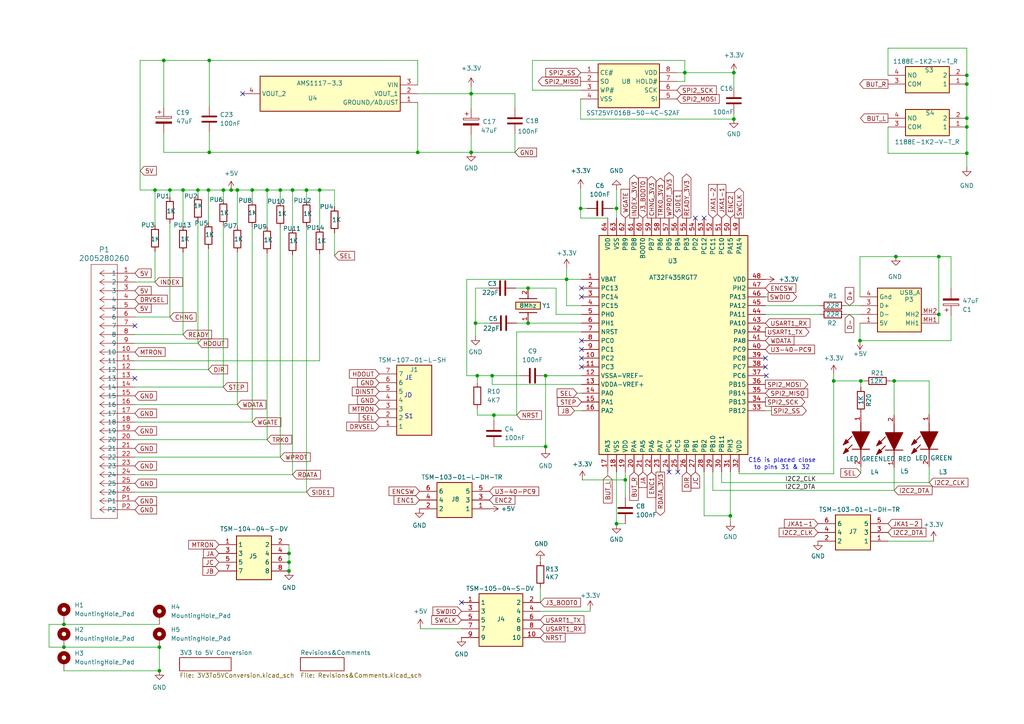
<source format=kicad_sch>
(kicad_sch (version 20250114) (generator "eeschema") (generator_version "9.0")
  (paper "A4")
  (title_block (title "Gotek(?) SMD Handrawn Schematic, Layout and Gerbers") (date "2025-06-07") (rev "1.2") (company "LiveBoxAndy") (comment 1 "PCB photographs from both source PCB's were used for a majority of the routing.") (comment 2 "Used SFRC2D.B PCB for the 26 Pin FFC connections and some of the headers") (comment 3 "Used SFRKC30.AT4.35 PCB for most of the schematic and layout.") (comment 4 "Mating of an AT32F415 26 Pin Connector with the electronics from a 34 Pin AT32F435 Gotek"))
  (text "S1" (at 118.618 120.904 0) (effects (font (size 1.27 1.27))))
  (text "JE" (at 118.618 109.728 0) (effects (font (size 1.27 1.27))))
  (text "JD\n" (at 118.364 114.808 0) (effects (font (size 1.27 1.27))))
  (text "C16 is placed close\nto pins 31 & 32" (at 226.822 134.62 0) (effects (font (size 1.27 1.27))))
  (junction (at 272.288 91.186))
  (junction (at 57.404 55.118))
  (junction (at 46.228 187.706))
  (junction (at 272.288 74.422))
  (junction (at 81.28 55.118))
  (junction (at 46.228 194.564))
  (junction (at 280.416 44.45))
  (junction (at 60.452 55.118))
  (junction (at 60.706 44.196))
  (junction (at 280.416 36.83))
  (junction (at 153.162 83.566))
  (junction (at 142.748 108.966))
  (junction (at 83.82 163.068))
  (junction (at 137.922 93.726))
  (junction (at 178.816 60.452))
  (junction (at 49.276 55.118))
  (junction (at 164.338 81.026))
  (junction (at 53.086 55.118))
  (junction (at 212.852 34.544))
  (junction (at 280.416 24.384))
  (junction (at 212.852 21.082))
  (junction (at 77.47 55.118))
  (junction (at 44.958 55.118))
  (junction (at 280.416 21.844))
  (junction (at 259.334 110.49))
  (junction (at 136.652 27.178))
  (junction (at 153.162 93.726))
  (junction (at 83.82 160.528))
  (junction (at 88.9 55.118))
  (junction (at 67.056 55.118))
  (junction (at 47.498 17.526))
  (junction (at 121.158 44.196))
  (junction (at 64.77 55.118))
  (junction (at 143.256 120.396))
  (junction (at 68.834 55.118))
  (junction (at 249.682 110.49))
  (junction (at 73.152 55.118))
  (junction (at 60.706 17.526))
  (junction (at 158.242 108.966))
  (junction (at 18.542 187.706))
  (junction (at 249.428 98.806))
  (junction (at 83.82 165.608))
  (junction (at 84.836 55.118))
  (junction (at 178.816 151.892))
  (junction (at 181.356 139.192))
  (junction (at 158.242 129.54))
  (junction (at 280.416 34.29))
  (junction (at 18.542 181.102))
  (junction (at 211.836 149.606))
  (junction (at 138.43 108.966))
  (junction (at 198.628 21.082))
  (junction (at 259.842 74.422))
  (junction (at 92.71 55.118))
  (junction (at 168.402 60.452))
  (junction (at 136.652 44.196))
  (junction (at 241.808 110.49))
  (no_connect (at 201.676 63.246))
  (no_connect (at 204.216 63.246))
  (no_connect (at 39.116 94.488))
  (no_connect (at 222.25 108.966))
  (no_connect (at 221.996 106.426))
  (no_connect (at 168.656 106.426))
  (no_connect (at 70.358 27.178))
  (no_connect (at 168.656 101.346))
  (no_connect (at 168.656 86.106))
  (no_connect (at 194.056 136.906))
  (no_connect (at 221.996 103.886))
  (no_connect (at 168.656 83.566))
  (no_connect (at 196.596 136.906))
  (no_connect (at 168.656 103.886))
  (no_connect (at 133.858 174.752))
  (no_connect (at 39.116 109.728))
  (no_connect (at 168.656 98.806))
  (wire (pts (xy 178.816 54.864) (xy 178.816 60.452)))
  (wire (pts (xy 46.228 181.102) (xy 18.542 181.102)))
  (wire (pts (xy 97.028 67.564) (xy 97.028 74.168)))
  (wire (pts (xy 77.47 55.118) (xy 77.47 65.786)))
  (wire (pts (xy 88.9 55.118) (xy 92.71 55.118)))
  (wire (pts (xy 167.386 114.046) (xy 168.656 114.046)))
  (wire (pts (xy 44.958 55.118) (xy 49.276 55.118)))
  (wire (pts (xy 241.808 110.49) (xy 249.682 110.49)))
  (wire (pts (xy 47.498 17.526) (xy 47.498 30.988)))
  (wire (pts (xy 154.432 26.162) (xy 154.432 17.526)))
  (wire (pts (xy 143.256 120.396) (xy 143.256 121.92)))
  (wire (pts (xy 168.656 81.026) (xy 164.338 81.026)))
  (wire (pts (xy 198.628 21.082) (xy 198.628 23.622)))
  (wire (pts (xy 272.288 74.422) (xy 275.844 74.422)))
  (wire (pts (xy 198.628 17.526) (xy 198.628 21.082)))
  (wire (pts (xy 49.276 55.118) (xy 53.086 55.118)))
  (wire (pts (xy 209.296 139.954) (xy 209.296 136.906)))
  (wire (pts (xy 39.116 132.588) (xy 81.28 132.588)))
  (wire (pts (xy 171.196 177.292) (xy 171.196 176.784)))
  (wire (pts (xy 137.922 83.566) (xy 137.922 93.726)))
  (wire (pts (xy 136.652 27.178) (xy 136.652 31.496)))
  (wire (pts (xy 168.402 34.544) (xy 212.852 34.544)))
  (wire (pts (xy 138.43 108.966) (xy 138.43 110.998)))
  (wire (pts (xy 40.64 55.118) (xy 44.958 55.118)))
  (wire (pts (xy 73.152 65.786) (xy 73.152 122.428)))
  (wire (pts (xy 39.116 97.028) (xy 53.086 97.028)))
  (wire (pts (xy 176.276 63.246) (xy 168.402 63.246)))
  (wire (pts (xy 142.24 93.726) (xy 137.922 93.726)))
  (wire (pts (xy 206.756 136.906) (xy 206.756 142.24)))
  (wire (pts (xy 280.416 34.29) (xy 280.416 36.83)))
  (wire (pts (xy 136.652 27.178) (xy 149.352 27.178)))
  (wire (pts (xy 153.162 83.566) (xy 161.29 83.566)))
  (wire (pts (xy 221.996 86.106) (xy 222.758 86.106)))
  (wire (pts (xy 57.404 64.262) (xy 57.404 99.568)))
  (wire (pts (xy 164.338 77.724) (xy 164.338 81.026)))
  (wire (pts (xy 280.416 36.83) (xy 280.416 44.45)))
  (wire (pts (xy 47.498 17.526) (xy 40.64 17.526)))
  (wire (pts (xy 97.028 55.118) (xy 97.028 59.944)))
  (wire (pts (xy 149.86 96.266) (xy 149.86 120.396)))
  (wire (pts (xy 249.428 98.806) (xy 249.428 93.726)))
  (wire (pts (xy 39.116 107.188) (xy 60.452 107.188)))
  (wire (pts (xy 221.996 119.126) (xy 223.774 119.126)))
  (wire (pts (xy 133.858 182.372) (xy 121.92 182.372)))
  (wire (pts (xy 156.718 177.292) (xy 171.196 177.292)))
  (wire (pts (xy 249.682 110.49) (xy 250.698 110.49)))
  (wire (pts (xy 81.28 55.118) (xy 81.28 58.42)))
  (wire (pts (xy 39.116 112.268) (xy 64.77 112.268)))
  (wire (pts (xy 121.92 182.372) (xy 121.92 182.118)))
  (wire (pts (xy 280.416 13.97) (xy 280.416 21.844)))
  (wire (pts (xy 49.276 57.15) (xy 49.276 55.118)))
  (wire (pts (xy 47.498 44.196) (xy 60.706 44.196)))
  (wire (pts (xy 60.706 17.526) (xy 60.706 30.734)))
  (wire (pts (xy 46.228 194.564) (xy 46.228 187.706)))
  (wire (pts (xy 121.158 27.178) (xy 136.652 27.178)))
  (wire (pts (xy 249.428 98.806) (xy 275.844 98.806)))
  (wire (pts (xy 39.116 137.668) (xy 84.836 137.668)))
  (wire (pts (xy 47.498 17.526) (xy 60.706 17.526)))
  (wire (pts (xy 259.334 110.49) (xy 269.494 110.49)))
  (wire (pts (xy 84.836 73.914) (xy 84.836 137.668)))
  (wire (pts (xy 18.542 194.564) (xy 46.228 194.564)))
  (wire (pts (xy 168.402 26.162) (xy 154.432 26.162)))
  (wire (pts (xy 161.29 91.186) (xy 161.29 83.566)))
  (wire (pts (xy 178.816 151.892) (xy 181.356 151.892)))
  (wire (pts (xy 39.116 122.428) (xy 73.152 122.428)))
  (wire (pts (xy 57.404 55.118) (xy 57.404 56.642)))
  (wire (pts (xy 166.624 119.126) (xy 168.656 119.126)))
  (wire (pts (xy 158.242 129.54) (xy 158.242 130.302)))
  (wire (pts (xy 136.652 39.116) (xy 136.652 44.196)))
  (wire (pts (xy 280.416 21.844) (xy 280.416 24.384)))
  (wire (pts (xy 178.816 151.892) (xy 178.816 152.146)))
  (wire (pts (xy 211.836 136.906) (xy 211.836 149.606)))
  (wire (pts (xy 212.852 21.082) (xy 212.852 25.4)))
  (wire (pts (xy 81.28 55.118) (xy 84.836 55.118)))
  (wire (pts (xy 121.158 24.638) (xy 121.158 17.526)))
  (wire (pts (xy 135.382 81.026) (xy 164.338 81.026)))
  (wire (pts (xy 149.352 27.178) (xy 149.352 31.242)))
  (wire (pts (xy 257.556 13.97) (xy 280.416 13.97)))
  (wire (pts (xy 241.808 137.414) (xy 214.376 137.414)))
  (wire (pts (xy 67.056 55.118) (xy 68.834 55.118)))
  (wire (pts (xy 156.718 162.306) (xy 156.718 162.814)))
  (wire (pts (xy 204.216 149.606) (xy 211.836 149.606)))
  (wire (pts (xy 259.334 120.396) (xy 259.334 110.49)))
  (wire (pts (xy 44.958 72.898) (xy 44.958 81.788)))
  (wire (pts (xy 196.342 21.082) (xy 198.628 21.082)))
  (wire (pts (xy 83.82 157.988) (xy 83.82 160.528)))
  (wire (pts (xy 121.158 29.718) (xy 121.158 44.196)))
  (wire (pts (xy 88.9 55.118) (xy 88.9 58.166)))
  (wire (pts (xy 64.77 65.532) (xy 64.77 112.268)))
  (wire (pts (xy 40.64 17.526) (xy 40.64 55.118)))
  (wire (pts (xy 53.086 73.152) (xy 53.086 97.028)))
  (wire (pts (xy 275.844 91.44) (xy 275.844 98.806)))
  (wire (pts (xy 249.428 91.186) (xy 245.364 91.186)))
  (wire (pts (xy 53.086 55.118) (xy 53.086 65.532)))
  (wire (pts (xy 249.428 74.422) (xy 249.428 86.106)))
  (wire (pts (xy 181.356 139.192) (xy 181.356 144.272)))
  (wire (pts (xy 137.922 93.726) (xy 137.922 97.536)))
  (wire (pts (xy 168.656 96.266) (xy 149.86 96.266)))
  (wire (pts (xy 92.71 73.66) (xy 92.71 104.648)))
  (wire (pts (xy 77.47 73.406) (xy 77.47 127.508)))
  (wire (pts (xy 136.652 25.146) (xy 136.652 27.178)))
  (wire (pts (xy 149.352 44.196) (xy 136.652 44.196)))
  (wire (pts (xy 257.556 156.972) (xy 270.764 156.972)))
  (wire (pts (xy 53.086 55.118) (xy 57.404 55.118)))
  (wire (pts (xy 143.256 120.396) (xy 138.43 120.396)))
  (wire (pts (xy 178.816 60.452) (xy 178.816 63.246)))
  (wire (pts (xy 168.402 63.246) (xy 168.402 60.452)))
  (wire (pts (xy 164.338 81.026) (xy 164.338 88.646)))
  (wire (pts (xy 150.622 108.966) (xy 142.748 108.966)))
  (wire (pts (xy 209.296 139.954) (xy 269.494 139.954)))
  (wire (pts (xy 269.494 120.142) (xy 269.494 110.49)))
  (wire (pts (xy 221.996 108.966) (xy 222.25 108.966)))
  (wire (pts (xy 39.116 81.788) (xy 44.958 81.788)))
  (wire (pts (xy 168.656 108.966) (xy 158.242 108.966)))
  (wire (pts (xy 49.276 64.77) (xy 49.276 91.948)))
  (wire (pts (xy 178.816 136.906) (xy 178.816 151.892)))
  (wire (pts (xy 168.656 111.506) (xy 142.748 111.506)))
  (wire (pts (xy 168.91 139.192) (xy 181.356 139.192)))
  (wire (pts (xy 221.996 88.646) (xy 237.744 88.646)))
  (wire (pts (xy 46.228 187.706) (xy 18.542 187.706)))
  (wire (pts (xy 181.356 136.906) (xy 181.356 139.192)))
  (wire (pts (xy 196.342 23.622) (xy 198.628 23.622)))
  (wire (pts (xy 270.764 156.972) (xy 270.764 156.718)))
  (wire (pts (xy 212.852 34.544) (xy 212.852 33.02)))
  (wire (pts (xy 206.756 142.24) (xy 259.334 142.24)))
  (wire (pts (xy 211.836 149.606) (xy 211.836 151.384)))
  (wire (pts (xy 204.216 136.906) (xy 204.216 149.606)))
  (wire (pts (xy 60.452 55.118) (xy 64.77 55.118)))
  (wire (pts (xy 257.556 13.97) (xy 257.556 21.844)))
  (wire (pts (xy 280.416 24.384) (xy 280.416 34.29)))
  (wire (pts (xy 138.43 118.618) (xy 138.43 120.396)))
  (wire (pts (xy 64.77 55.118) (xy 67.056 55.118)))
  (wire (pts (xy 241.808 108.458) (xy 241.808 110.49)))
  (wire (pts (xy 84.836 66.294) (xy 84.836 55.118)))
  (wire (pts (xy 39.116 117.348) (xy 68.834 117.348)))
  (wire (pts (xy 249.682 120.142) (xy 249.682 119.888)))
  (wire (pts (xy 57.404 55.118) (xy 60.452 55.118)))
  (wire (pts (xy 39.116 127.508) (xy 77.47 127.508)))
  (wire (pts (xy 149.606 83.566) (xy 153.162 83.566)))
  (wire (pts (xy 68.834 55.118) (xy 68.834 65.532)))
  (wire (pts (xy 269.494 139.954) (xy 269.494 135.382)))
  (wire (pts (xy 14.224 181.102) (xy 18.542 181.102)))
  (wire (pts (xy 156.718 170.434) (xy 156.718 174.752)))
  (wire (pts (xy 143.256 129.54) (xy 158.242 129.54)))
  (wire (pts (xy 168.402 54.61) (xy 168.402 60.452)))
  (wire (pts (xy 275.844 83.82) (xy 275.844 74.422)))
  (wire (pts (xy 149.352 44.196) (xy 149.352 38.862)))
  (wire (pts (xy 60.706 44.196) (xy 121.158 44.196)))
  (wire (pts (xy 68.834 73.152) (xy 68.834 117.348)))
  (wire (pts (xy 121.158 44.196) (xy 136.652 44.196)))
  (wire (pts (xy 158.242 108.966) (xy 158.242 129.54)))
  (wire (pts (xy 168.656 88.646) (xy 164.338 88.646)))
  (wire (pts (xy 60.706 44.196) (xy 60.706 38.354)))
  (wire (pts (xy 149.86 93.726) (xy 153.162 93.726)))
  (wire (pts (xy 149.86 120.396) (xy 143.256 120.396)))
  (wire (pts (xy 73.152 55.118) (xy 77.47 55.118)))
  (wire (pts (xy 60.452 72.136) (xy 60.452 107.188)))
  (wire (pts (xy 245.364 88.646) (xy 249.428 88.646)))
  (wire (pts (xy 153.162 93.726) (xy 168.656 93.726)))
  (wire (pts (xy 249.682 135.382) (xy 249.682 137.16)))
  (wire (pts (xy 272.288 74.422) (xy 272.288 91.186)))
  (wire (pts (xy 221.996 91.186) (xy 237.744 91.186)))
  (wire (pts (xy 47.498 44.196) (xy 47.498 38.608)))
  (wire (pts (xy 257.556 44.45) (xy 280.416 44.45)))
  (wire (pts (xy 73.152 58.166) (xy 73.152 55.118)))
  (wire (pts (xy 168.402 28.702) (xy 168.402 34.544)))
  (wire (pts (xy 81.28 66.04) (xy 81.28 132.588)))
  (wire (pts (xy 176.276 137.922) (xy 176.276 136.906)))
  (wire (pts (xy 154.432 17.526) (xy 198.628 17.526)))
  (wire (pts (xy 44.958 55.118) (xy 44.958 65.278)))
  (wire (pts (xy 60.452 55.118) (xy 60.452 64.516)))
  (wire (pts (xy 272.288 91.186) (xy 272.288 93.726)))
  (wire (pts (xy 77.47 55.118) (xy 81.28 55.118)))
  (wire (pts (xy 249.428 74.422) (xy 259.842 74.422)))
  (wire (pts (xy 64.77 55.118) (xy 64.77 57.912)))
  (wire (pts (xy 18.542 187.706) (xy 14.224 187.706)))
  (wire (pts (xy 83.82 163.068) (xy 83.82 165.608)))
  (wire (pts (xy 198.628 21.082) (xy 212.852 21.082)))
  (wire (pts (xy 214.376 136.906) (xy 214.376 137.414)))
  (wire (pts (xy 88.9 142.748) (xy 88.9 65.786)))
  (wire (pts (xy 168.402 60.452) (xy 170.18 60.452)))
  (wire (pts (xy 259.842 74.422) (xy 272.288 74.422)))
  (wire (pts (xy 39.116 91.948) (xy 49.276 91.948)))
  (wire (pts (xy 135.382 81.026) (xy 135.382 108.966)))
  (wire (pts (xy 39.116 142.748) (xy 88.9 142.748)))
  (wire (pts (xy 68.834 55.118) (xy 73.152 55.118)))
  (wire (pts (xy 138.43 108.966) (xy 135.382 108.966)))
  (wire (pts (xy 92.71 55.118) (xy 97.028 55.118)))
  (wire (pts (xy 241.808 110.49) (xy 241.808 137.414)))
  (wire (pts (xy 142.748 111.506) (xy 142.748 108.966)))
  (wire (pts (xy 249.682 112.268) (xy 249.682 110.49)))
  (wire (pts (xy 257.556 36.83) (xy 257.556 44.45)))
  (wire (pts (xy 84.836 55.118) (xy 88.9 55.118)))
  (wire (pts (xy 121.158 17.526) (xy 60.706 17.526)))
  (wire (pts (xy 259.334 135.636) (xy 259.334 142.24)))
  (wire (pts (xy 14.224 187.706) (xy 14.224 181.102)))
  (wire (pts (xy 280.416 44.45) (xy 280.416 48.514)))
  (wire (pts (xy 258.318 110.49) (xy 259.334 110.49)))
  (wire (pts (xy 142.748 108.966) (xy 138.43 108.966)))
  (wire (pts (xy 177.8 60.452) (xy 178.816 60.452)))
  (wire (pts (xy 18.542 181.102) (xy 18.542 180.594)))
  (wire (pts (xy 141.986 83.566) (xy 137.922 83.566)))
  (wire (pts (xy 83.82 160.528) (xy 83.82 163.068)))
  (wire (pts (xy 39.116 104.648) (xy 92.71 104.648)))
  (wire (pts (xy 92.71 55.118) (xy 92.71 66.04)))
  (wire (pts (xy 57.404 99.568) (xy 39.116 99.568)))
  (wire (pts (xy 168.656 91.186) (xy 161.29 91.186)))
  (label "I2C2_DTA" (at 236.474 142.24 180))
  (label "I2C2_CLK" (at 236.728 139.954 180))
  (global_label "HDOUT" (shape input) (at 109.982 108.458 180) (property "Intersheetrefs" "${INTERSHEET_REFS}" (effects (hide yes))))
  (global_label "DRVSEL" (shape input) (at 109.982 123.698 180) (property "Intersheetrefs" "${INTERSHEET_REFS}" (effects (hide yes))))
  (global_label "SPI2_MISO" (shape input) (at 221.996 114.046 0) (property "Intersheetrefs" "${INTERSHEET_REFS}" (effects (hide yes))))
  (global_label "SWDIO" (shape input) (at 133.858 177.292 180) (property "Intersheetrefs" "${INTERSHEET_REFS}" (effects (hide yes))))
  (global_label "MTRON" (shape input) (at 63.5 157.988 180) (property "Intersheetrefs" "${INTERSHEET_REFS}" (effects (hide yes))))
  (global_label "I2C2_CLK" (shape input) (at 269.494 139.954 0) (property "Intersheetrefs" "${INTERSHEET_REFS}" (effects (hide yes))))
  (global_label "5V" (shape input) (at 40.64 49.53 0) (property "Intersheetrefs" "${INTERSHEET_REFS}" (effects (hide yes))))
  (global_label "I2C2_CLK" (shape input) (at 237.236 154.432 180) (property "Intersheetrefs" "${INTERSHEET_REFS}" (effects (hide yes))))
  (global_label "SPI2_MOSI" (shape input) (at 196.342 28.702 0) (property "Intersheetrefs" "${INTERSHEET_REFS}" (effects (hide yes))))
  (global_label "JB" (shape input) (at 63.5 165.608 180) (property "Intersheetrefs" "${INTERSHEET_REFS}" (effects (hide yes))))
  (global_label "ENCSW" (shape input) (at 121.666 142.494 180) (property "Intersheetrefs" "${INTERSHEET_REFS}" (effects (hide yes))))
  (global_label "JA" (shape input) (at 63.5 160.528 180) (property "Intersheetrefs" "${INTERSHEET_REFS}" (effects (hide yes))))
  (global_label "BUT_L" (shape input) (at 176.276 137.922 270) (property "Intersheetrefs" "${INTERSHEET_REFS}" (effects (hide yes))))
  (global_label "GND" (shape input) (at 39.116 124.968 0) (property "Intersheetrefs" "${INTERSHEET_REFS}" (effects (hide yes))))
  (global_label "SIDE1" (shape input) (at 88.9 142.748 0) (property "Intersheetrefs" "${INTERSHEET_REFS}" (effects (hide yes))))
  (global_label "SIDE1" (shape input) (at 196.596 63.246 90) (property "Intersheetrefs" "${INTERSHEET_REFS}" (effects (hide yes))))
  (global_label "SPI2_MOSI" (shape output) (at 221.996 111.506 0) (property "Intersheetrefs" "${INTERSHEET_REFS}" (effects (hide yes))))
  (global_label "USART1_TX" (shape output) (at 221.996 96.266 0) (property "Intersheetrefs" "${INTERSHEET_REFS}" (effects (hide yes))))
  (global_label "SPI2_SCK" (shape input) (at 196.342 26.162 0) (property "Intersheetrefs" "${INTERSHEET_REFS}" (effects (hide yes))))
  (global_label "GND" (shape input) (at 39.116 147.828 0) (property "Intersheetrefs" "${INTERSHEET_REFS}" (effects (hide yes))))
  (global_label "MTRON" (shape input) (at 39.116 102.108 0) (property "Intersheetrefs" "${INTERSHEET_REFS}" (effects (hide yes))))
  (global_label "SEL" (shape input) (at 167.386 114.046 180) (property "Intersheetrefs" "${INTERSHEET_REFS}" (effects (hide yes))))
  (global_label "BUT_R" (shape input) (at 183.896 136.906 270) (property "Intersheetrefs" "${INTERSHEET_REFS}" (effects (hide yes))))
  (global_label "STEP" (shape input) (at 168.656 116.586 180) (property "Intersheetrefs" "${INTERSHEET_REFS}" (effects (hide yes))))
  (global_label "JKA1-2" (shape input) (at 206.756 63.246 90) (property "Intersheetrefs" "${INTERSHEET_REFS}" (effects (hide yes))))
  (global_label "RDATA_3V3" (shape output) (at 191.516 136.906 270) (property "Intersheetrefs" "${INTERSHEET_REFS}" (effects (hide yes))))
  (global_label "SWCLK" (shape output) (at 214.376 63.246 90) (property "Intersheetrefs" "${INTERSHEET_REFS}" (effects (hide yes))))
  (global_label "NRST" (shape input) (at 149.86 120.396 0) (property "Intersheetrefs" "${INTERSHEET_REFS}" (effects (hide yes))))
  (global_label "JKA1-1" (shape input) (at 237.236 151.892 180) (property "Intersheetrefs" "${INTERSHEET_REFS}" (effects (hide yes))))
  (global_label "ENC2" (shape input) (at 141.986 145.034 0) (property "Intersheetrefs" "${INTERSHEET_REFS}" (effects (hide yes))))
  (global_label "TRK0" (shape input) (at 77.47 127.508 0) (property "Intersheetrefs" "${INTERSHEET_REFS}" (effects (hide yes))))
  (global_label "5V" (shape input) (at 39.116 79.248 0) (property "Intersheetrefs" "${INTERSHEET_REFS}" (effects (hide yes))))
  (global_label "GND" (shape input) (at 149.352 44.196 0) (property "Intersheetrefs" "${INTERSHEET_REFS}" (effects (hide yes))))
  (global_label "USART1_RX" (shape input) (at 156.718 182.372 0) (property "Intersheetrefs" "${INTERSHEET_REFS}" (effects (hide yes))))
  (global_label "ENCSW" (shape input) (at 221.996 83.566 0) (property "Intersheetrefs" "${INTERSHEET_REFS}" (effects (hide yes))))
  (global_label "CHNG_3V3" (shape output) (at 188.976 63.246 90) (property "Intersheetrefs" "${INTERSHEET_REFS}" (effects (hide yes))))
  (global_label "GND" (shape input) (at 39.116 114.808 0) (property "Intersheetrefs" "${INTERSHEET_REFS}" (effects (hide yes))))
  (global_label "SWCLK" (shape input) (at 133.858 179.832 180) (property "Intersheetrefs" "${INTERSHEET_REFS}" (effects (hide yes))))
  (global_label "SPI2_SCK" (shape output) (at 221.996 116.586 0) (property "Intersheetrefs" "${INTERSHEET_REFS}" (effects (hide yes))))
  (global_label "GND" (shape input) (at 109.982 116.078 180) (property "Intersheetrefs" "${INTERSHEET_REFS}" (effects (hide yes))))
  (global_label "BUT_L" (shape output) (at 257.556 34.29 180) (property "Intersheetrefs" "${INTERSHEET_REFS}" (effects (hide yes))))
  (global_label "BUT_R" (shape output) (at 257.556 24.384 180) (property "Intersheetrefs" "${INTERSHEET_REFS}" (effects (hide yes))))
  (global_label "U3-40-PC9" (shape input) (at 221.996 101.346 0) (property "Intersheetrefs" "${INTERSHEET_REFS}" (effects (hide yes))))
  (global_label "NRST" (shape input) (at 156.718 184.912 0) (property "Intersheetrefs" "${INTERSHEET_REFS}" (effects (hide yes))))
  (global_label "SWDIO" (shape output) (at 222.758 86.106 0) (property "Intersheetrefs" "${INTERSHEET_REFS}" (effects (hide yes))))
  (global_label "WGATE" (shape input) (at 73.152 122.428 0) (property "Intersheetrefs" "${INTERSHEET_REFS}" (effects (hide yes))))
  (global_label "JKA1-2" (shape input) (at 257.556 151.892 0) (property "Intersheetrefs" "${INTERSHEET_REFS}" (effects (hide yes))))
  (global_label "DIR" (shape input) (at 60.452 107.188 0) (property "Intersheetrefs" "${INTERSHEET_REFS}" (effects (hide yes))))
  (global_label "JC" (shape input) (at 201.676 136.906 270) (property "Intersheetrefs" "${INTERSHEET_REFS}" (effects (hide yes))))
  (global_label "JC" (shape input) (at 63.5 163.068 180) (property "Intersheetrefs" "${INTERSHEET_REFS}" (effects (hide yes))))
  (global_label "MTRON" (shape input) (at 109.982 118.618 180) (property "Intersheetrefs" "${INTERSHEET_REFS}" (effects (hide yes))))
  (global_label "USART1_RX" (shape input) (at 221.996 93.726 0) (property "Intersheetrefs" "${INTERSHEET_REFS}" (effects (hide yes))))
  (global_label "GND" (shape input) (at 39.116 119.888 0) (property "Intersheetrefs" "${INTERSHEET_REFS}" (effects (hide yes))))
  (global_label "SEL" (shape input) (at 109.982 121.158 180) (property "Intersheetrefs" "${INTERSHEET_REFS}" (effects (hide yes))))
  (global_label "USART1_TX" (shape input) (at 156.718 179.832 0) (property "Intersheetrefs" "${INTERSHEET_REFS}" (effects (hide yes))))
  (global_label "DIR" (shape input) (at 199.136 136.906 270) (property "Intersheetrefs" "${INTERSHEET_REFS}" (effects (hide yes))))
  (global_label "INDEX" (shape input) (at 44.958 81.788 0) (property "Intersheetrefs" "${INTERSHEET_REFS}" (effects (hide yes))))
  (global_label "WGATE" (shape input) (at 181.356 63.246 90) (property "Intersheetrefs" "${INTERSHEET_REFS}" (effects (hide yes))))
  (global_label "JA" (shape input) (at 186.436 136.906 270) (property "Intersheetrefs" "${INTERSHEET_REFS}" (effects (hide yes))))
  (global_label "SEL" (shape input) (at 97.028 74.168 0) (property "Intersheetrefs" "${INTERSHEET_REFS}" (effects (hide yes))))
  (global_label "SEL" (shape input) (at 249.682 137.16 180) (property "Intersheetrefs" "${INTERSHEET_REFS}" (effects (hide yes))))
  (global_label "U3-40-PC9" (shape input) (at 141.986 142.494 0) (property "Intersheetrefs" "${INTERSHEET_REFS}" (effects (hide yes))))
  (global_label "I2C2_DTA" (shape input) (at 259.334 142.24 0) (property "Intersheetrefs" "${INTERSHEET_REFS}" (effects (hide yes))))
  (global_label "D+" (shape input) (at 246.38 88.646 90) (property "Intersheetrefs" "${INTERSHEET_REFS}" (effects (hide yes))))
  (global_label "GND" (shape input) (at 39.116 130.048 0) (property "Intersheetrefs" "${INTERSHEET_REFS}" (effects (hide yes))))
  (global_label "HDOUT" (shape input) (at 57.404 99.568 0) (property "Intersheetrefs" "${INTERSHEET_REFS}" (effects (hide yes))))
  (global_label "J3_BOOT0" (shape input) (at 186.436 63.246 90) (property "Intersheetrefs" "${INTERSHEET_REFS}" (effects (hide yes))))
  (global_label "GND" (shape input) (at 39.116 140.208 0) (property "Intersheetrefs" "${INTERSHEET_REFS}" (effects (hide yes))))
  (global_label "ENC2" (shape input) (at 211.836 63.246 90) (property "Intersheetrefs" "${INTERSHEET_REFS}" (effects (hide yes))))
  (global_label "DRVSEL" (shape input) (at 39.116 86.868 0) (property "Intersheetrefs" "${INTERSHEET_REFS}" (effects (hide yes))))
  (global_label "READY" (shape input) (at 53.086 97.028 0) (property "Intersheetrefs" "${INTERSHEET_REFS}" (effects (hide yes))))
  (global_label "WDATA" (shape input) (at 68.834 117.348 0) (property "Intersheetrefs" "${INTERSHEET_REFS}" (effects (hide yes))))
  (global_label "5V" (shape input) (at 39.116 89.408 0) (property "Intersheetrefs" "${INTERSHEET_REFS}" (effects (hide yes))))
  (global_label "CHNG" (shape input) (at 49.276 91.948 0) (property "Intersheetrefs" "${INTERSHEET_REFS}" (effects (hide yes))))
  (global_label "STEP" (shape input) (at 64.77 112.268 0) (property "Intersheetrefs" "${INTERSHEET_REFS}" (effects (hide yes))))
  (global_label "ENC1" (shape input) (at 188.976 136.906 270) (property "Intersheetrefs" "${INTERSHEET_REFS}" (effects (hide yes))))
  (global_label "5V" (shape input) (at 39.116 84.328 0) (property "Intersheetrefs" "${INTERSHEET_REFS}" (effects (hide yes))))
  (global_label "READY_3V3" (shape output) (at 199.136 63.246 90) (property "Intersheetrefs" "${INTERSHEET_REFS}" (effects (hide yes))))
  (global_label "RDATA" (shape input) (at 84.836 137.668 0) (property "Intersheetrefs" "${INTERSHEET_REFS}" (effects (hide yes))))
  (global_label "DINST" (shape input) (at 109.982 113.538 180) (property "Intersheetrefs" "${INTERSHEET_REFS}" (effects (hide yes))))
  (global_label "SPI2_MISO" (shape output) (at 168.402 23.622 180) (property "Intersheetrefs" "${INTERSHEET_REFS}" (effects (hide yes))))
  (global_label "SPI2_SS" (shape output) (at 223.774 119.126 0) (property "Intersheetrefs" "${INTERSHEET_REFS}" (effects (hide yes))))
  (global_label "J3_BOOT0" (shape input) (at 156.718 174.752 0) (property "Intersheetrefs" "${INTERSHEET_REFS}" (effects (hide yes))))
  (global_label "D-" (shape input) (at 246.38 91.186 270) (property "Intersheetrefs" "${INTERSHEET_REFS}" (effects (hide yes))))
  (global_label "GND" (shape input) (at 39.116 135.128 0) (property "Intersheetrefs" "${INTERSHEET_REFS}" (effects (hide yes))))
  (global_label "I2C2_DTA" (shape input) (at 257.556 154.432 0) (property "Intersheetrefs" "${INTERSHEET_REFS}" (effects (hide yes))))
  (global_label "WPROT" (shape input) (at 81.28 132.588 0) (property "Intersheetrefs" "${INTERSHEET_REFS}" (effects (hide yes))))
  (global_label "TRK0_3V3" (shape output) (at 191.516 63.246 90) (property "Intersheetrefs" "${INTERSHEET_REFS}" (effects (hide yes))))
  (global_label "WPROT_3V3" (shape output) (at 194.056 63.246 90) (property "Intersheetrefs" "${INTERSHEET_REFS}" (effects (hide yes))))
  (global_label "JKA1-1" (shape input) (at 209.296 63.246 90) (property "Intersheetrefs" "${INTERSHEET_REFS}" (effects (hide yes))))
  (global_label "ENC1" (shape input) (at 121.666 145.034 180) (property "Intersheetrefs" "${INTERSHEET_REFS}" (effects (hide yes))))
  (global_label "WDATA" (shape input) (at 221.996 98.806 0) (property "Intersheetrefs" "${INTERSHEET_REFS}" (effects (hide yes))))
  (global_label "SPI2_SS" (shape input) (at 168.402 21.082 180) (property "Intersheetrefs" "${INTERSHEET_REFS}" (effects (hide yes))))
  (global_label "JB" (shape input) (at 166.624 119.126 180) (property "Intersheetrefs" "${INTERSHEET_REFS}" (effects (hide yes))))
  (global_label "GND" (shape input) (at 39.116 145.288 0) (property "Intersheetrefs" "${INTERSHEET_REFS}" (effects (hide yes))))
  (global_label "GND" (shape input) (at 109.982 110.998 180) (property "Intersheetrefs" "${INTERSHEET_REFS}" (effects (hide yes))))
  (global_label "INDEX_3V3" (shape output) (at 183.896 63.246 90) (property "Intersheetrefs" "${INTERSHEET_REFS}" (effects (hide yes))))
  (symbol (lib_id "power:GND") (at 178.816 54.864 0) (mirror x) (unit 1)
    (property "Reference" "#PWR08" (effects (hide yes)))
    (property "Value" "GND" (at 178.816 49.53 0))
    (property "Description" "Power symbol creates a global label with name \"GND\" , ground" (effects (hide yes)))
  )
  (symbol (lib_id "Device:C") (at 60.706 34.544 0) (unit 1)
    (property "Reference" "C23" (at 63.754 33.2739 0) (effects (justify left)))
    (property "Value" "100nF" (at 63.754 35.8139 0) (effects (justify left)))
    (property "Footprint" "Capacitor_SMD:C_0805_2012Metric_Pad1.18x1.45mm_HandSolder" (effects (hide yes)))
    (property "Description" "Unpolarized capacitor" (effects (hide yes)))
  )
  (symbol (lib_id "power:GND") (at 133.858 184.912 0) (unit 1)
    (property "Reference" "#PWR24" (effects (hide yes)))
    (property "Value" "GND" (at 133.858 189.738 0))
    (property "Description" "Power symbol creates a global label with name \"GND\" , ground" (effects (hide yes)))
  )
  (symbol (lib_id "power:+3.3V") (at 221.996 81.026 270) (unit 1)
    (property "Reference" "#PWR033" (effects (hide yes)))
    (property "Value" "+3.3V" (at 225.806 81.0259 90) (effects (justify left)))
    (property "Description" "Power symbol creates a global label with name \"+3.3V\"" (effects (hide yes)))
  )
  (symbol (lib_id "Device:R") (at 68.834 69.342 0) (mirror x) (unit 1)
    (property "Reference" "PU7" (at 64.77 65.532 0) (effects (justify left)))
    (property "Value" "1K" (at 67.818 69.342 0) (effects (justify left)))
    (property "Footprint" "Resistor_SMD:R_0805_2012Metric_Pad1.20x1.40mm_HandSolder" (effects (hide yes)))
    (property "Description" "Resistor" (effects (hide yes)))
  )
  (symbol (lib_id "power:GND") (at 178.816 152.146 0) (unit 1)
    (property "Reference" "#PWR025" (effects (hide yes)))
    (property "Value" "GND" (at 178.816 156.464 0))
    (property "Description" "Power symbol creates a global label with name \"GND\" , ground" (effects (hide yes)))
  )
  (symbol (lib_id "power:+3.3V") (at 136.652 25.146 0) (unit 1)
    (property "Reference" "#PWR03" (effects (hide yes)))
    (property "Value" "+3.3V" (at 136.652 19.812 0))
    (property "Description" "Power symbol creates a global label with name \"+3.3V\"" (effects (hide yes)))
  )
  (symbol (lib_id "power:+3.3V") (at 168.91 139.192 0) (unit 1)
    (property "Reference" "#PWR031" (effects (hide yes)))
    (property "Value" "+3.3V" (at 168.91 134.62 0))
    (property "Description" "Power symbol creates a global label with name \"+3.3V\"" (effects (hide yes)))
  )
  (symbol (lib_id "Device:R") (at 49.276 60.96 0) (mirror x) (unit 1)
    (property "Reference" "PU1" (at 45.212 56.896 0) (effects (justify left)))
    (property "Value" "1K" (at 48.26 61.214 0) (effects (justify left)))
    (property "Footprint" "Resistor_SMD:R_0805_2012Metric_Pad1.20x1.40mm_HandSolder" (effects (hide yes)))
    (property "Description" "Resistor" (effects (hide yes)))
  )
  (symbol (lib_id "Mechanical:MountingHole_Pad") (at 18.542 178.054 0) (unit 1) (exclude_from_sim yes) (in_bom no)
    (property "Reference" "H1" (at 21.59 175.5139 0) (effects (justify left)))
    (property "Value" "MountingHole_Pad" (at 21.59 178.0539 0) (effects (justify left)))
    (property "Footprint" "Gotek:MountingHole_M3_Pad" (effects (hide yes)))
    (property "Description" "Mounting Hole with connection" (effects (hide yes)))
  )
  (symbol (lib_id "power:GND") (at 158.242 130.302 0) (unit 1)
    (property "Reference" "#PWR011" (effects (hide yes)))
    (property "Value" "GND" (at 158.242 135.128 0))
    (property "Description" "Power symbol creates a global label with name \"GND\" , ground" (effects (hide yes)))
  )
  (symbol (lib_id "Device:R") (at 73.152 61.976 0) (mirror x) (unit 1)
    (property "Reference" "PU8" (at 69.088 58.166 0) (effects (justify left)))
    (property "Value" "1K" (at 71.882 61.722 0) (effects (justify left)))
    (property "Footprint" "Resistor_SMD:R_0805_2012Metric_Pad1.20x1.40mm_HandSolder" (effects (hide yes)))
    (property "Description" "Resistor" (effects (hide yes)))
  )
  (symbol (lib_id "Device:R") (at 249.682 116.078 0) (unit 1)
    (property "Reference" "R20" (at 251.968 116.078 90))
    (property "Value" "1K" (at 249.682 116.078 90))
    (property "Footprint" "Resistor_SMD:R_0805_2012Metric_Pad1.20x1.40mm_HandSolder" (effects (hide yes)))
    (property "Description" "Resistor" (effects (hide yes)))
  )
  (symbol (lib_id "Device:C") (at 154.432 108.966 270) (mirror x) (unit 1)
    (property "Reference" "C9" (at 154.432 101.854 90))
    (property "Value" "100nF" (at 154.432 104.394 90))
    (property "Footprint" "Capacitor_SMD:C_0805_2012Metric_Pad1.18x1.45mm_HandSolder" (effects (hide yes)))
    (property "Description" "Unpolarized capacitor" (effects (hide yes)))
  )
  (symbol (lib_id "Device:C") (at 143.256 125.73 0) (unit 1)
    (property "Reference" "C4" (at 146.304 124.4599 0) (effects (justify left)))
    (property "Value" "100nF" (at 146.304 126.9999 0) (effects (justify left)))
    (property "Footprint" "Capacitor_SMD:C_0805_2012Metric_Pad1.18x1.45mm_HandSolder" (effects (hide yes)))
    (property "Description" "Unpolarized capacitor" (effects (hide yes)))
  )
  (symbol (lib_id "Device:R") (at 241.554 88.646 90) (mirror x) (unit 1)
    (property "Reference" "R1" (at 241.554 85.852 90))
    (property "Value" "22R" (at 241.554 88.646 90))
    (property "Footprint" "Resistor_SMD:R_0805_2012Metric_Pad1.20x1.40mm_HandSolder" (effects (hide yes)))
    (property "Description" "Resistor" (effects (hide yes)))
  )
  (symbol (lib_id "Gotek:SST25VF016B-50-4C-S2AF") (at 168.402 21.082 0) (unit 1)
    (property "Reference" "U8" (at 181.61 23.622 0))
    (property "Value" "SST25VF016B-50-4C-S2AF" (at 183.642 32.766 0))
    (property "Footprint" "Gotek:SOIC127P790X216-8N" (effects (hide yes)))
    (property "Datasheet" "https://ww1.microchip.com/downloads/en/DeviceDoc/20005044C.pdf" (effects (hide yes)))
    (property "Description" "MICROCHIP - SST25VF016B-50-4C-S2AF - Flash Memory, Serial NOR, 16 Mbit, SPI, SOIC, 8 Pins" (effects (hide yes)))
    (property "Height" "2.16" (effects (hide yes)))
    (property "Mouser Part Number" "579-25VF016B504CS2AF" (effects (hide yes)))
    (property "Mouser Price/Stock" "https://www.mouser.co.uk/ProductDetail/Microchip-Technology-Atmel/SST25VF016B-50-4C-S2AF?qs=1RUxC5ic%2FMrPBUCcCO13YA%3D%3D" (effects (hide yes)))
    (property "Manufacturer_Name" "Microchip" (effects (hide yes)))
    (property "Manufacturer_Part_Number" "SST25VF016B-50-4C-S2AF" (effects (hide yes)))
  )
  (symbol (lib_id "Device:R") (at 156.718 166.624 0) (mirror x) (unit 1)
    (property "Reference" "R13" (at 162.052 165.1 0) (effects (justify right)))
    (property "Value" "4K7" (at 162.052 167.386 0) (effects (justify right)))
    (property "Footprint" "Resistor_SMD:R_0805_2012Metric_Pad1.20x1.40mm_HandSolder" (effects (hide yes)))
    (property "Description" "Resistor" (effects (hide yes)))
  )
  (symbol (lib_id "power:+5V") (at 121.92 182.118 0) (unit 1)
    (property "Reference" "#PWR35" (effects (hide yes)))
    (property "Value" "+5V" (at 121.92 177.292 0))
    (property "Description" "Power symbol creates a global label with name \"+5V\"" (effects (hide yes)))
  )
  (symbol (lib_id "Gotek:USB1046-GF-0190-L-B-A") (at 272.288 93.726 180) (unit 1)
    (property "Reference" "P3" (at 263.652 86.868 0))
    (property "Value" "USB_A" (at 263.906 84.836 0))
    (property "Footprint" "Gotek:USB1046GF0190LBA" (effects (hide yes)))
    (property "Datasheet" "https://gct.co/files/drawings/usb1046.pdf?v=ccb5d20d-0631-4297-aa3c-9c34fccf9fbc" (effects (hide yes)))
    (property "Description" "USB Connectors USB A Skt, Top Mount, SMT, R/A, GF, Black, With 1.9mm shell stake, T&R" (effects (hide yes)))
    (property "Height" "7.2" (effects (hide yes)))
    (property "Mouser Part Number" "640-USB1046GF0190LBA" (effects (hide yes)))
    (property "Mouser Price/Stock" "https://www.mouser.co.uk/ProductDetail/GCT/USB1046-GF-0190-L-B-A?qs=KUoIvG%2F9IlbZOJtEsn1unA%3D%3D" (effects (hide yes)))
    (property "Manufacturer_Name" "GCT (GLOBAL CONNECTOR TECHNOLOGY)" (effects (hide yes)))
    (property "Manufacturer_Part_Number" "USB1046-GF-0190-L-B-A" (effects (hide yes)))
  )
  (symbol (lib_id "power:GND") (at 156.718 162.306 0) (mirror x) (unit 1)
    (property "Reference" "#PWR026" (effects (hide yes)))
    (property "Value" "GND" (at 156.972 157.734 0))
    (property "Description" "Power symbol creates a global label with name \"GND\" , ground" (effects (hide yes)))
  )
  (symbol (lib_id "Mechanical:MountingHole_Pad") (at 18.542 185.166 0) (unit 1) (exclude_from_sim yes) (in_bom no)
    (property "Reference" "H2" (at 21.59 182.6259 0) (effects (justify left)))
    (property "Value" "MountingHole_Pad" (at 21.59 185.1659 0) (effects (justify left)))
    (property "Footprint" "Gotek:MountingHole_M3_Pad" (effects (hide yes)))
    (property "Description" "Mounting Hole with connection" (effects (hide yes)))
  )
  (symbol (lib_id "power:GND") (at 83.82 165.608 0) (unit 1)
    (property "Reference" "#PWR027" (effects (hide yes)))
    (property "Value" "GND" (at 83.82 170.434 0))
    (property "Description" "Power symbol creates a global label with name \"GND\" , ground" (effects (hide yes)))
  )
  (symbol (lib_id "power:+5V") (at 67.056 55.118 0) (unit 1)
    (property "Reference" "#PWR01" (effects (hide yes)))
    (property "Value" "+5V" (at 67.056 50.292 0))
    (property "Description" "Power symbol creates a global label with name \"+5V\"" (effects (hide yes)))
  )
  (symbol (lib_id "Device:R") (at 92.71 69.85 0) (mirror x) (unit 1)
    (property "Reference" "PU14" (at 88.9 66.04 0) (effects (justify left)))
    (property "Value" "1K" (at 91.948 69.85 0) (effects (justify left)))
    (property "Footprint" "Resistor_SMD:R_0805_2012Metric_Pad1.20x1.40mm_HandSolder" (effects (hide yes)))
    (property "Description" "Resistor" (effects (hide yes)))
  )
  (symbol (lib_id "Device:R") (at 44.958 69.088 0) (mirror x) (unit 1)
    (property "Reference" "PU3" (at 40.894 65.278 0) (effects (justify left)))
    (property "Value" "1K" (at 43.688 69.342 0) (effects (justify left)))
    (property "Footprint" "Resistor_SMD:R_0805_2012Metric_Pad1.20x1.40mm_HandSolder" (effects (hide yes)))
    (property "Description" "Resistor" (effects (hide yes)))
  )
  (symbol (lib_id "power:+3.3V") (at 164.338 77.724 0) (unit 1)
    (property "Reference" "#PWR010" (effects (hide yes)))
    (property "Value" "+3.3V" (at 164.338 73.406 0))
    (property "Description" "Power symbol creates a global label with name \"+3.3V\"" (effects (hide yes)))
  )
  (symbol (lib_id "Device:R") (at 53.086 69.342 0) (mirror x) (unit 1)
    (property "Reference" "PU13" (at 50.292 65.278 0) (effects (justify left)))
    (property "Value" "1K" (at 52.324 69.342 0) (effects (justify left)))
    (property "Footprint" "Resistor_SMD:R_0805_2012Metric_Pad1.20x1.40mm_HandSolder" (effects (hide yes)))
    (property "Description" "Resistor" (effects (hide yes)))
  )
  (symbol (lib_id "power:GND") (at 136.652 44.196 0) (unit 1)
    (property "Reference" "#PWR02" (effects (hide yes)))
    (property "Value" "GND" (at 136.652 48.768 0))
    (property "Description" "Power symbol creates a global label with name \"GND\" , ground" (effects (hide yes)))
  )
  (symbol (lib_id "power:+5V") (at 249.428 98.806 0) (mirror x) (unit 1)
    (property "Reference" "#PWR019" (effects (hide yes)))
    (property "Value" "+5V" (at 249.428 102.616 0))
    (property "Description" "Power symbol creates a global label with name \"+5V\"" (effects (hide yes)))
  )
  (symbol (lib_id "Gotek:TSM-103-01-L-DH-TR") (at 237.236 151.892 0) (unit 1)
    (property "Reference" "J7" (at 247.396 154.178 0))
    (property "Value" "TSM-103-01-L-DH-TR" (at 237.49 147.066 0) (effects (justify left top)))
    (property "Footprint" "Gotek:TSM-103-01-L-DH-TR" (effects (hide yes)))
    (property "Datasheet" "http://suddendocs.samtec.com/prints/tsm-1xx-xx-xxx-xx-xx-xxx-xx-mkt1.pdf" (effects (hide yes)))
    (property "Description" "6 Position, .100&quot; Surface Mount Terminal Strip" (effects (hide yes)))
    (property "Mouser Part Number" "200-TSM10301LDHTR" (effects (hide yes)))
    (property "Mouser Price/Stock" "https://www.mouser.co.uk/ProductDetail/Samtec/TSM-103-01-L-DH-TR?qs=rU5fayqh%252BE2GtDCYKjvfEA%3D%3D" (effects (hide yes)))
    (property "Manufacturer_Name" "SAMTEC" (effects (hide yes)))
    (property "Manufacturer_Part_Number" "TSM-103-01-L-DH-TR" (effects (hide yes)))
  )
  (symbol (lib_id "Gotek:2005280260") (at 39.116 79.248 0) (mirror y) (unit 1)
    (property "Reference" "P1" (at 30.226 72.39 0) (effects (font (size 1.524 1.524))))
    (property "Value" "2005280260" (at 30.226 74.93 0) (effects (font (size 1.524 1.524))))
    (property "Footprint" "Gotek:MOLEX_CON_2005280260" (effects (hide yes)))
    (property "Datasheet" "2005280260" (effects (hide yes)))
  )
  (symbol (lib_id "Mechanical:MountingHole_Pad") (at 18.542 192.024 0) (unit 1) (exclude_from_sim yes) (in_bom no)
    (property "Reference" "H3" (at 21.59 189.4839 0) (effects (justify left)))
    (property "Value" "MountingHole_Pad" (at 21.59 192.0239 0) (effects (justify left)))
    (property "Footprint" "Gotek:MountingHole_M3_Pad" (effects (hide yes)))
    (property "Description" "Mounting Hole with connection" (effects (hide yes)))
  )
  (symbol (lib_id "power:GND") (at 259.842 74.422 0) (unit 1)
    (property "Reference" "#PWR018" (effects (hide yes)))
    (property "Value" "GND" (at 259.588 80.264 0))
    (property "Description" "Power symbol creates a global label with name \"GND\" , ground" (effects (hide yes)))
  )
  (symbol (lib_id "Gotek:TSM-103-01-L-DH-TR") (at 121.666 142.494 0) (unit 1)
    (property "Reference" "J8" (at 132.08 144.78 0))
    (property "Value" "TSM-103-01-L-DH-TR" (at 122.174 137.668 0) (effects (justify left top)))
    (property "Footprint" "Gotek:TSM-103-01-L-DH-TR" (effects (hide yes)))
    (property "Datasheet" "http://suddendocs.samtec.com/prints/tsm-1xx-xx-xxx-xx-xx-xxx-xx-mkt1.pdf" (effects (hide yes)))
    (property "Description" "6 Position, .100&quot; Surface Mount Terminal Strip" (effects (hide yes)))
    (property "Mouser Part Number" "200-TSM10301LDHTR" (effects (hide yes)))
    (property "Mouser Price/Stock" "https://www.mouser.co.uk/ProductDetail/Samtec/TSM-103-01-L-DH-TR?qs=rU5fayqh%252BE2GtDCYKjvfEA%3D%3D" (effects (hide yes)))
    (property "Manufacturer_Name" "SAMTEC" (effects (hide yes)))
    (property "Manufacturer_Part_Number" "TSM-103-01-L-DH-TR" (effects (hide yes)))
  )
  (symbol (lib_id "Device:C_Polarized") (at 47.498 34.798 0) (unit 1)
    (property "Reference" "C19" (at 51.054 32.6389 0) (effects (justify left)))
    (property "Value" "47uF" (at 51.054 35.1789 0) (effects (justify left)))
    (property "Footprint" "Capacitor_Tantalum_SMD:CP_EIA-3528-21_Kemet-B_Pad1.50x2.35mm_HandSolder" (effects (hide yes)))
    (property "Description" "Polarized capacitor" (effects (hide yes)))
  )
  (symbol (lib_id "Device:R") (at 81.28 62.23 0) (mirror x) (unit 1)
    (property "Reference" "PU10" (at 77.47 58.42 0) (effects (justify left)))
    (property "Value" "1K" (at 80.518 61.976 0) (effects (justify left)))
    (property "Footprint" "Resistor_SMD:R_0805_2012Metric_Pad1.20x1.40mm_HandSolder" (effects (hide yes)))
    (property "Description" "Resistor" (effects (hide yes)))
  )
  (symbol (lib_id "Device:R") (at 88.9 61.976 0) (mirror x) (unit 1)
    (property "Reference" "PU12" (at 85.09 58.166 0) (effects (justify left)))
    (property "Value" "1K" (at 87.884 61.976 0) (effects (justify left)))
    (property "Footprint" "Resistor_SMD:R_0805_2012Metric_Pad1.20x1.40mm_HandSolder" (effects (hide yes)))
    (property "Description" "Resistor" (effects (hide yes)))
  )
  (symbol (lib_id "Device:C") (at 212.852 29.21 0) (mirror x) (unit 1)
    (property "Reference" "C16" (at 208.788 25.654 0) (effects (justify left)))
    (property "Value" "100nF" (at 206.756 32.512 0) (effects (justify left)))
    (property "Footprint" "Capacitor_SMD:C_0805_2012Metric_Pad1.18x1.45mm_HandSolder" (effects (hide yes)))
    (property "Description" "Unpolarized capacitor" (effects (hide yes)))
  )
  (symbol (lib_id "power:+3.3V") (at 241.808 108.458 0) (unit 1)
    (property "Reference" "#PWR07" (effects (hide yes)))
    (property "Value" "+3.3V" (at 241.808 103.886 0))
    (property "Description" "Power symbol creates a global label with name \"+3.3V\"" (effects (hide yes)))
  )
  (symbol (lib_id "Gotek:LFXTAL050985Bulk") (at 153.162 93.726 270) (mirror x) (unit 1)
    (property "Reference" "Y1" (at 157.226 88.646 90) (effects (justify left)))
    (property "Value" "8Mhz" (at 150.622 88.646 90) (effects (justify left)))
    (property "Footprint" "Gotek:LFXTAL050985Bulk" (effects (hide yes)))
    (property "Datasheet" "https://componentsearchengine.com/Datasheets/1/LFXTAL050985Bulk.pdf" (effects (hide yes)))
    (property "Description" "Crystals 8MHz 22pF -20C 70C" (effects (hide yes)))
    (property "Height" "4.3" (effects (hide yes)))
    (property "Mouser Part Number" "449-LFXTAL050985BULK" (effects (hide yes)))
    (property "Mouser Price/Stock" "https://www.mouser.com/Search/Refine.aspx?Keyword=449-LFXTAL050985BULK" (effects (hide yes)))
    (property "Manufacturer_Name" "IQD" (effects (hide yes)))
    (property "Manufacturer_Part_Number" "LFXTAL050985Bulk" (effects (hide yes)))
  )
  (symbol (lib_id "Device:R") (at 60.452 68.326 0) (mirror x) (unit 1)
    (property "Reference" "PU5" (at 56.388 64.77 0) (effects (justify left)))
    (property "Value" "1K" (at 59.436 68.072 0) (effects (justify left)))
    (property "Footprint" "Resistor_SMD:R_0805_2012Metric_Pad1.20x1.40mm_HandSolder" (effects (hide yes)))
    (property "Description" "Resistor" (effects (hide yes)))
  )
  (symbol (lib_id "Device:C_Polarized") (at 275.844 87.63 0) (mirror x) (unit 1)
    (property "Reference" "C1" (at 279.146 89.7891 0) (effects (justify left)))
    (property "Value" "47uF" (at 279.146 87.2491 0) (effects (justify left)))
    (property "Footprint" "Capacitor_Tantalum_SMD:CP_EIA-3528-21_Kemet-B_Pad1.50x2.35mm_HandSolder" (effects (hide yes)))
    (property "Description" "Polarized capacitor" (effects (hide yes)))
  )
  (symbol (lib_id "Gotek:AT32F435RxT7-SQ") (at 168.656 81.026 0) (unit 1)
    (property "Reference" "U3" (at 195.072 75.692 0))
    (property "Value" "AT32F435RGT7" (at 188.214 79.756 0) (effects (justify left top)))
    (property "Footprint" "Gotek:QFP50P1200X1200X160-64N" (effects (hide yes)))
    (property "Description" "32-Bit FLASH ARM Cortex-M4 200MHz 2.6V ~ 3.6V LQFP-64 ARTERY Mcu RoHS" (effects (hide yes)))
    (property "Height" "1.6" (effects (hide yes)))
    (property "Manufacturer_Name" "Artery" (effects (hide yes)))
    (property "Manufacturer_Part_Number" "AT32F435RGT7" (effects (hide yes)))
  )
  (symbol (lib_id "Device:R") (at 241.554 91.186 90) (mirror x) (unit 1)
    (property "Reference" "R2" (at 241.3 93.726 90))
    (property "Value" "22R" (at 241.554 91.186 90))
    (property "Footprint" "Resistor_SMD:R_0805_2012Metric_Pad1.20x1.40mm_HandSolder" (effects (hide yes)))
    (property "Description" "Resistor" (effects (hide yes)))
  )
  (symbol (lib_id "power:GND") (at 212.852 34.544 0) (unit 1)
    (property "Reference" "#PWR029" (effects (hide yes)))
    (property "Value" "GND" (at 212.852 38.862 0))
    (property "Description" "Power symbol creates a global label with name \"GND\" , ground" (effects (hide yes)))
  )
  (symbol (lib_id "Device:C") (at 173.99 60.452 90) (unit 1)
    (property "Reference" "C6" (at 173.99 53.848 90))
    (property "Value" "100nF" (at 173.99 56.388 90))
    (property "Footprint" "Capacitor_SMD:C_0805_2012Metric_Pad1.18x1.45mm_HandSolder" (effects (hide yes)))
    (property "Description" "Unpolarized capacitor" (effects (hide yes)))
  )
  (symbol (lib_id "power:GND") (at 137.922 97.536 0) (unit 1)
    (property "Reference" "#PWR04" (effects (hide yes)))
    (property "Value" "GND" (at 137.922 102.108 0))
    (property "Description" "Power symbol creates a global label with name \"GND\" , ground" (effects (hide yes)))
  )
  (symbol (lib_id "power:+3.3V") (at 171.196 176.784 0) (unit 1)
    (property "Reference" "#PWR022" (effects (hide yes)))
    (property "Value" "+3.3V" (at 171.196 172.72 0))
    (property "Description" "Power symbol creates a global label with name \"+3.3V\"" (effects (hide yes)))
  )
  (symbol (lib_id "power:GND") (at 121.666 147.574 0) (unit 1)
    (property "Reference" "#PWR34" (effects (hide yes)))
    (property "Value" "GND" (at 121.666 152.4 0))
    (property "Description" "Power symbol creates a global label with name \"GND\" , ground" (effects (hide yes)))
  )
  (symbol (lib_id "Device:R") (at 84.836 70.104 0) (mirror x) (unit 1)
    (property "Reference" "PU11" (at 82.042 66.294 0) (effects (justify left)))
    (property "Value" "1K" (at 83.82 69.85 0) (effects (justify left)))
    (property "Footprint" "Resistor_SMD:R_0805_2012Metric_Pad1.20x1.40mm_HandSolder" (effects (hide yes)))
    (property "Description" "Resistor" (effects (hide yes)))
  )
  (symbol (lib_id "Mechanical:MountingHole_Pad") (at 46.228 185.166 0) (unit 1) (exclude_from_sim yes) (in_bom no)
    (property "Reference" "H5" (at 49.53 182.6259 0) (effects (justify left)))
    (property "Value" "MountingHole_Pad" (at 49.53 185.1659 0) (effects (justify left)))
    (property "Footprint" "Gotek:MountingHole_M3_Pad" (effects (hide yes)))
    (property "Description" "Mounting Hole with connection" (effects (hide yes)))
  )
  (symbol (lib_id "Device:R") (at 254.508 110.49 90) (unit 1)
    (property "Reference" "R21" (at 254.508 108.204 90))
    (property "Value" "12K" (at 254.254 110.49 90))
    (property "Footprint" "Resistor_SMD:R_0805_2012Metric_Pad1.20x1.40mm_HandSolder" (effects (hide yes)))
    (property "Description" "Resistor" (effects (hide yes)))
  )
  (symbol (lib_id "Gotek:TSM-104-04-S-DV") (at 83.82 165.608 180) (unit 1)
    (property "Reference" "J5" (at 73.406 161.29 0))
    (property "Value" "TSM-104-04-S-DV" (at 73.66 153.416 0))
    (property "Footprint" "Gotek:TSM-104-04-S-DV" (effects (hide yes)))
    (property "Datasheet" "http://suddendocs.samtec.com/prints/tsm-1xx-xx-xxx-xx-x-xxx-x-mkt.pdf" (effects (hide yes)))
    (property "Description" "8 Position, Dual-Row, .100&quot; Surface Mount Terminal Strip" (effects (hide yes)))
    (property "Height" "10.33" (effects (hide yes)))
    (property "Mouser Part Number" "200-TSW10405LD" (effects (hide yes)))
    (property "Manufacturer_Name" "SAMTEC" (effects (hide yes)))
    (property "Manufacturer_Part_Number" "TSM-104-04-S-DV" (effects (hide yes)))
  )
  (symbol (lib_id "power:GND") (at 237.236 156.972 0) (unit 1)
    (property "Reference" "#PWR23" (effects (hide yes)))
    (property "Value" "GND" (at 237.236 161.29 0))
    (property "Description" "Power symbol creates a global label with name \"GND\" , ground" (effects (hide yes)))
  )
  (symbol (lib_id "power:+5V") (at 141.986 147.574 270) (unit 1)
    (property "Reference" "#PWR36" (effects (hide yes)))
    (property "Value" "+5V" (at 145.288 147.5739 90) (effects (justify left)))
    (property "Description" "Power symbol creates a global label with name \"+5V\"" (effects (hide yes)))
  )
  (symbol (lib_id "power:+3.3V") (at 168.402 54.61 0) (unit 1)
    (property "Reference" "#PWR09" (effects (hide yes)))
    (property "Value" "+3.3V" (at 168.402 49.53 0))
    (property "Description" "Power symbol creates a global label with name \"+3.3V\"" (effects (hide yes)))
  )
  (symbol (lib_id "power:+3.3V") (at 270.764 156.718 0) (unit 1)
    (property "Reference" "#PWR32" (effects (hide yes)))
    (property "Value" "+3.3V" (at 270.764 152.146 0))
    (property "Description" "Power symbol creates a global label with name \"+3.3V\"" (effects (hide yes)))
  )
  (symbol (lib_id "power:+3.3V") (at 212.852 21.082 0) (unit 1)
    (property "Reference" "#PWR030" (effects (hide yes)))
    (property "Value" "+3.3V" (at 212.852 16.002 0))
    (property "Description" "Power symbol creates a global label with name \"+3.3V\"" (effects (hide yes)))
  )
  (symbol (lib_id "Gotek:TSM-107-01-L-SH") (at 109.982 123.698 0) (mirror x) (unit 1)
    (property "Reference" "J1" (at 120.142 107.188 0))
    (property "Value" "TSM-107-01-L-SH" (at 109.728 105.156 0) (effects (justify left top)))
    (property "Footprint" "Gotek:TSM-107-01-L-SH" (effects (hide yes)))
    (property "Datasheet" "http://suddendocs.samtec.com/prints/tsm-1xx-xx-xxx-xx-x-xxx-x-mkt.pdf" (effects (hide yes)))
    (property "Description" "7 Position, Dual-Row, .100&quot; Surface Mount Terminal Strip, Single-Row Vertical" (effects (hide yes)))
    (property "Height" "3.61" (effects (hide yes)))
    (property "Mouser Part Number" "200-TSM10701LSH" (effects (hide yes)))
    (property "Mouser Price/Stock" "https://www.mouser.co.uk/ProductDetail/Samtec/TSM-107-01-L-SH?qs=0lQeLiL1qyaQsP3zRGn%2FTA%3D%3D" (effects (hide yes)))
    (property "Manufacturer_Name" "SAMTEC" (effects (hide yes)))
    (property "Manufacturer_Part_Number" "TSM-107-01-L-SH" (effects (hide yes)))
  )
  (symbol (lib_id "Device:C") (at 181.356 148.082 0) (unit 1)
    (property "Reference" "C8" (at 184.404 146.8119 0) (effects (justify left)))
    (property "Value" "100nF" (at 184.404 149.3519 0) (effects (justify left)))
    (property "Footprint" "Capacitor_SMD:C_0805_2012Metric_Pad1.18x1.45mm_HandSolder" (effects (hide yes)))
    (property "Description" "Unpolarized capacitor" (effects (hide yes)))
  )
  (symbol (lib_id "Gotek:ams1117-3.3v") (at 121.158 29.718 180) (unit 1)
    (property "Reference" "U4" (at 90.678 28.448 0))
    (property "Value" "AMS1117-3.3" (at 92.71 24.13 0))
    (property "Footprint" "Gotek:SOT229P700X180-4N" (effects (hide yes)))
    (property "Datasheet" "http://www.advanced-monolithic.com/pdf/ds1117.pdf" (effects (hide yes)))
    (property "Description" "1A LOW DROPOUT VOLTAGE REGULATOR, SOT-223" (effects (hide yes)))
    (property "Height" "1.8" (effects (hide yes)))
    (property "Manufacturer_Name" "Advanced Monolithic Systems" (effects (hide yes)))
    (property "Manufacturer_Part_Number" "ams1117-3.3v" (effects (hide yes)))
  )
  (symbol (lib_id "Device:R") (at 138.43 114.808 0) (unit 1)
    (property "Reference" "R10" (at 141.224 113.5379 0) (effects (justify left)))
    (property "Value" "4K7" (at 141.224 116.0779 0) (effects (justify left)))
    (property "Footprint" "Resistor_SMD:R_0805_2012Metric_Pad1.20x1.40mm_HandSolder" (effects (hide yes)))
    (property "Description" "Resistor" (effects (hide yes)))
  )
  (symbol (lib_id "Gotek:HSMC-C177") (at 259.334 135.636 90) (unit 1)
    (property "Reference" "L5" (at 261.112 136.652 90) (effects (justify right)))
    (property "Value" "LED RED" (at 256.032 133.096 90) (effects (justify right)))
    (property "Footprint" "Gotek:HSMCC177" (effects (hide yes)))
    (property "Datasheet" "https://docs.broadcom.com/doc/AV02-0975EN" (effects (hide yes)))
    (property "Description" "Red 626nm LED Indication - Discrete 1.9V 0805 (2012 Metric)" (effects (hide yes)))
    (property "Height" "0.5" (effects (hide yes)))
    (property "Mouser Part Number" "630-HSMC-C177" (effects (hide yes)))
    (property "Mouser Price/Stock" "https://www.mouser.co.uk/ProductDetail/Broadcom-Avago/HSMC-C177?qs=YDL0qNrpDT5vv1FeXNA44w%3D%3D" (effects (hide yes)))
    (property "Manufacturer_Name" "Avago Technologies" (effects (hide yes)))
    (property "Manufacturer_Part_Number" "HSMC-C177" (effects (hide yes)))
  )
  (symbol (lib_id "Device:R") (at 77.47 69.596 0) (mirror x) (unit 1)
    (property "Reference" "PU9" (at 73.406 65.786 0) (effects (justify left)))
    (property "Value" "1K" (at 76.454 69.596 0) (effects (justify left)))
    (property "Footprint" "Resistor_SMD:R_0805_2012Metric_Pad1.20x1.40mm_HandSolder" (effects (hide yes)))
    (property "Description" "Resistor" (effects (hide yes)))
  )
  (symbol (lib_id "Device:R") (at 64.77 61.722 0) (mirror x) (unit 1)
    (property "Reference" "PU6" (at 60.706 57.912 0) (effects (justify left)))
    (property "Value" "1K" (at 63.754 61.722 0) (effects (justify left)))
    (property "Footprint" "Resistor_SMD:R_0805_2012Metric_Pad1.20x1.40mm_HandSolder" (effects (hide yes)))
    (property "Description" "Resistor" (effects (hide yes)))
  )
  (symbol (lib_id "power:GND") (at 46.228 194.564 0) (unit 1)
    (property "Reference" "#PWR028" (effects (hide yes)))
    (property "Value" "GND" (at 46.228 199.39 0))
    (property "Description" "Power symbol creates a global label with name \"GND\" , ground" (effects (hide yes)))
  )
  (symbol (lib_id "Gotek:APT2012PGW") (at 249.682 135.382 90) (unit 1)
    (property "Reference" "L4" (at 252.476 136.906 90) (effects (justify right)))
    (property "Value" "LED GREEN" (at 245.364 133.096 90) (effects (justify right)))
    (property "Footprint" "Gotek:APT2012PGW" (effects (hide yes)))
    (property "Description" "Green 555nm LED Indication - Discrete 2.25V 0805 (2012 Metric)" (effects (hide yes)))
    (property "Height" "0.85" (effects (hide yes)))
    (property "Mouser Part Number" "604-APT2012PGW" (effects (hide yes)))
    (property "Mouser Price/Stock" "https://www.mouser.co.uk/ProductDetail/Kingbright/APT2012PGW?qs=SxaZfIVsCL2edu2fuRiRPw%3D%3D" (effects (hide yes)))
    (property "Manufacturer_Name" "Kingbright" (effects (hide yes)))
    (property "Manufacturer_Part_Number" "APT2012PGW" (effects (hide yes)))
  )
  (symbol (lib_id "Device:R") (at 97.028 63.754 0) (unit 1)
    (property "Reference" "PU4" (at 92.71 59.944 0) (effects (justify left)))
    (property "Value" "1K" (at 96.266 63.754 0) (effects (justify left)))
    (property "Footprint" "Resistor_SMD:R_0805_2012Metric_Pad1.20x1.40mm_HandSolder" (effects (hide yes)))
    (property "Description" "Resistor" (effects (hide yes)))
  )
  (symbol (lib_id "Device:R") (at 57.404 60.452 0) (mirror x) (unit 1)
    (property "Reference" "PU2" (at 53.34 56.896 0) (effects (justify left)))
    (property "Value" "1K" (at 56.134 59.69 0) (effects (justify left)))
    (property "Footprint" "Resistor_SMD:R_0805_2012Metric_Pad1.20x1.40mm_HandSolder" (effects (hide yes)))
    (property "Description" "Resistor" (effects (hide yes)))
  )
  (symbol (lib_id "Gotek:1188E-1K2-V-T_R") (at 280.416 24.384 180) (unit 1)
    (property "Reference" "S3" (at 269.494 20.32 0))
    (property "Value" "1188E-1K2-V-T_R" (at 277.876 18.542 0) (effects (justify left top)))
    (property "Footprint" "Gotek:1188E1K2VTR" (effects (hide yes)))
    (property "Datasheet" "http://www.dip.com.tw/en/en-product-information/en-switch004/item/2445-1188?highlight=WzExODhd" (effects (hide yes)))
    (property "Description" "Tactile Switches Side Push Type 3.5*7, Contact Rating 50mA, 12VDC" (effects (hide yes)))
    (property "Height" "3.5" (effects (hide yes)))
    (property "Mouser Part Number" "113-1188E1K2VTR" (effects (hide yes)))
    (property "Mouser Price/Stock" "https://www.mouser.co.uk/ProductDetail/Diptronics/1188E-1K2-V-T-R?qs=MLItCLRbWswadUUxegNFmg%3D%3D" (effects (hide yes)))
    (property "Manufacturer_Name" "Diptronics" (effects (hide yes)))
    (property "Manufacturer_Part_Number" "1188E-1K2-V-T/R" (effects (hide yes)))
  )
  (symbol (lib_id "Gotek:TSM-105-04-S-DV") (at 156.718 184.912 180) (unit 1)
    (property "Reference" "J4" (at 145.288 179.578 0))
    (property "Value" "TSM-105-04-S-DV" (at 145.034 170.688 0))
    (property "Footprint" "Gotek:TSM-105-04-S-DV" (effects (hide yes)))
    (property "Datasheet" "https://componentsearchengine.com/Datasheets/1/TSM-105-04-S-DV.pdf" (effects (hide yes)))
    (property "Description" "10 Position, Dual-Row, .100&quot; Surface Mount Terminal Strip" (effects (hide yes)))
    (property "Mouser Part Number" "200-TSM10504SDV" (effects (hide yes)))
    (property "Mouser Price/Stock" "https://www.mouser.com/Search/Refine.aspx?Keyword=200-TSM10504SDV" (effects (hide yes)))
    (property "Manufacturer_Name" "SAMTEC" (effects (hide yes)))
    (property "Manufacturer_Part_Number" "TSM-105-04-S-DV" (effects (hide yes)))
    (property "MANUFACTURER" "SAMTEC" (effects (hide yes)))
  )
  (symbol (lib_id "Mechanical:MountingHole_Pad") (at 46.228 178.562 0) (unit 1) (exclude_from_sim yes) (in_bom no)
    (property "Reference" "H4" (at 49.53 176.0219 0) (effects (justify left)))
    (property "Value" "MountingHole_Pad" (at 49.53 178.5619 0) (effects (justify left)))
    (property "Footprint" "Gotek:MountingHole_M3_Pad" (effects (hide yes)))
    (property "Description" "Mounting Hole with connection" (effects (hide yes)))
  )
  (symbol (lib_id "power:GND") (at 280.416 48.514 0) (unit 1)
    (property "Reference" "#PWR05" (effects (hide yes)))
    (property "Value" "GND" (at 280.416 53.848 0))
    (property "Description" "Power symbol creates a global label with name \"GND\" , ground" (effects (hide yes)))
  )
  (symbol (lib_id "power:GND") (at 211.836 151.384 0) (unit 1)
    (property "Reference" "#PWR06" (effects (hide yes)))
    (property "Value" "GND" (at 211.836 155.702 0))
    (property "Description" "Power symbol creates a global label with name \"GND\" , ground" (effects (hide yes)))
  )
  (symbol (lib_id "Device:C") (at 146.05 93.726 270) (mirror x) (unit 1)
    (property "Reference" "C5" (at 143.002 92.456 90))
    (property "Value" "22pF" (at 142.494 95.25 90))
    (property "Footprint" "Capacitor_SMD:C_0805_2012Metric_Pad1.18x1.45mm_HandSolder" (effects (hide yes)))
    (property "Description" "Unpolarized capacitor" (effects (hide yes)))
  )
  (symbol (lib_id "Gotek:1188E-1K2-V-T_R") (at 280.416 36.83 180) (unit 1)
    (property "Reference" "S4" (at 269.748 32.766 0))
    (property "Value" "1188E-1K2-V-T_R" (at 278.384 41.91 0) (effects (justify left top)))
    (property "Footprint" "Gotek:1188E1K2VTR" (effects (hide yes)))
    (property "Datasheet" "http://www.dip.com.tw/en/en-product-information/en-switch004/item/2445-1188?highlight=WzExODhd" (effects (hide yes)))
    (property "Description" "Tactile Switches Side Push Type 3.5*7, Contact Rating 50mA, 12VDC" (effects (hide yes)))
    (property "Height" "3.5" (effects (hide yes)))
    (property "Mouser Part Number" "113-1188E1K2VTR" (effects (hide yes)))
    (property "Mouser Price/Stock" "https://www.mouser.co.uk/ProductDetail/Diptronics/1188E-1K2-V-T-R?qs=MLItCLRbWswadUUxegNFmg%3D%3D" (effects (hide yes)))
    (property "Manufacturer_Name" "Diptronics" (effects (hide yes)))
    (property "Manufacturer_Part_Number" "1188E-1K2-V-T/R" (effects (hide yes)))
  )
  (symbol (lib_id "Device:C_Polarized") (at 136.652 35.306 0) (unit 1)
    (property "Reference" "C17" (at 139.954 35.306 0) (effects (justify left)))
    (property "Value" "47uF" (at 139.446 37.846 0) (effects (justify left)))
    (property "Footprint" "Capacitor_Tantalum_SMD:CP_EIA-3528-21_Kemet-B_Pad1.50x2.35mm_HandSolder" (effects (hide yes)))
    (property "Description" "Polarized capacitor" (effects (hide yes)))
  )
  (symbol (lib_id "Device:C") (at 149.352 35.052 0) (mirror x) (unit 1)
    (property "Reference" "C18" (at 152.4 35.052 0) (effects (justify left)))
    (property "Value" "100nF" (at 150.114 38.1 0) (effects (justify left)))
    (property "Footprint" "Capacitor_SMD:C_0805_2012Metric_Pad1.18x1.45mm_HandSolder" (effects (hide yes)))
    (property "Description" "Unpolarized capacitor" (effects (hide yes)))
  )
  (symbol (lib_id "Device:C") (at 145.796 83.566 90) (mirror x) (unit 1)
    (property "Reference" "C3" (at 142.748 82.296 90))
    (property "Value" "22pF" (at 142.24 84.836 90))
    (property "Footprint" "Capacitor_SMD:C_0805_2012Metric_Pad1.18x1.45mm_HandSolder" (effects (hide yes)))
    (property "Description" "Unpolarized capacitor" (effects (hide yes)))
  )
  (symbol (lib_id "Gotek:APT2012PGW") (at 269.494 135.382 90) (unit 1)
    (property "Reference" "L3" (at 272.288 136.906 90) (effects (justify right)))
    (property "Value" "LED GREEN" (at 265.43 132.842 90) (effects (justify right)))
    (property "Footprint" "Gotek:APT2012PGW" (effects (hide yes)))
    (property "Description" "Green 555nm LED Indication - Discrete 2.25V 0805 (2012 Metric)" (effects (hide yes)))
    (property "Height" "0.85" (effects (hide yes)))
    (property "Mouser Part Number" "604-APT2012PGW" (effects (hide yes)))
    (property "Mouser Price/Stock" "https://www.mouser.co.uk/ProductDetail/Kingbright/APT2012PGW?qs=SxaZfIVsCL2edu2fuRiRPw%3D%3D" (effects (hide yes)))
    (property "Manufacturer_Name" "Kingbright" (effects (hide yes)))
    (property "Manufacturer_Part_Number" "APT2012PGW" (effects (hide yes)))
  )
  (sheet (at 52.07 190.754) (size 14.986 3.81) (stroke (width 0.1524))
    (property "Sheetname" "3V3 to 5V Conversion" (at 52.07 190.0424 0) (effects (justify left bottom)))
    (property "Sheetfile" "3V3To5VConversion.kicad_sch" (at 52.07 195.1486 0) (effects (justify left top)))
  )
  (sheet (at 87.122 190.754) (size 12.7 3.81) (stroke (width 0.1524))
    (property "Sheetname" "Revisions&Comments" (at 87.122 190.0424 0) (effects (justify left bottom)))
    (property "Sheetfile" "Revisions&Comments.kicad_sch" (at 87.122 195.1486 0) (effects (justify left top)))
  )
)
</source>
